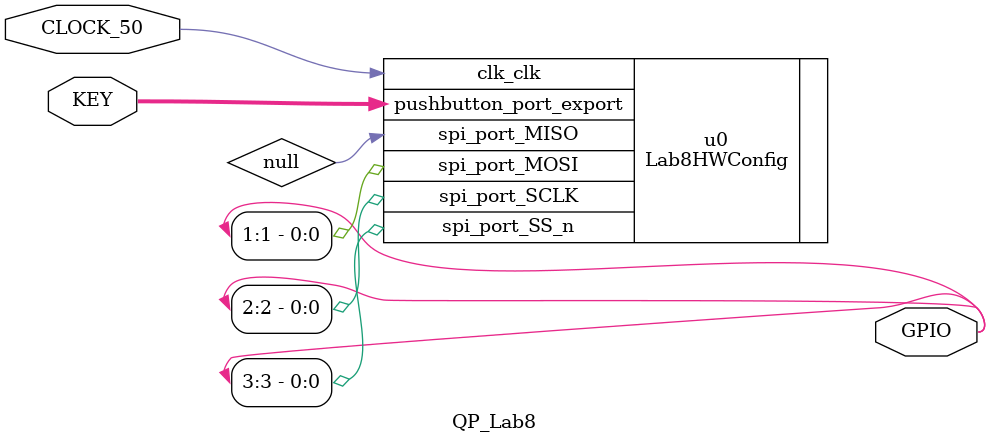
<source format=v>
module QP_Lab8 (CLOCK_50, KEY, GPIO);
  input [3:0] KEY;
  input CLOCK_50;
  output [3:1] GPIO;
  
	Lab8HWConfig u0 (
		.clk_clk        (CLOCK_50),
		.pushbutton_port_export (KEY),
		.spi_port_MISO          (null),
		.spi_port_MOSI          (GPIO[1]),
		.spi_port_SCLK          (GPIO[2]),
		.spi_port_SS_n          (GPIO[3])
	);

endmodule
</source>
